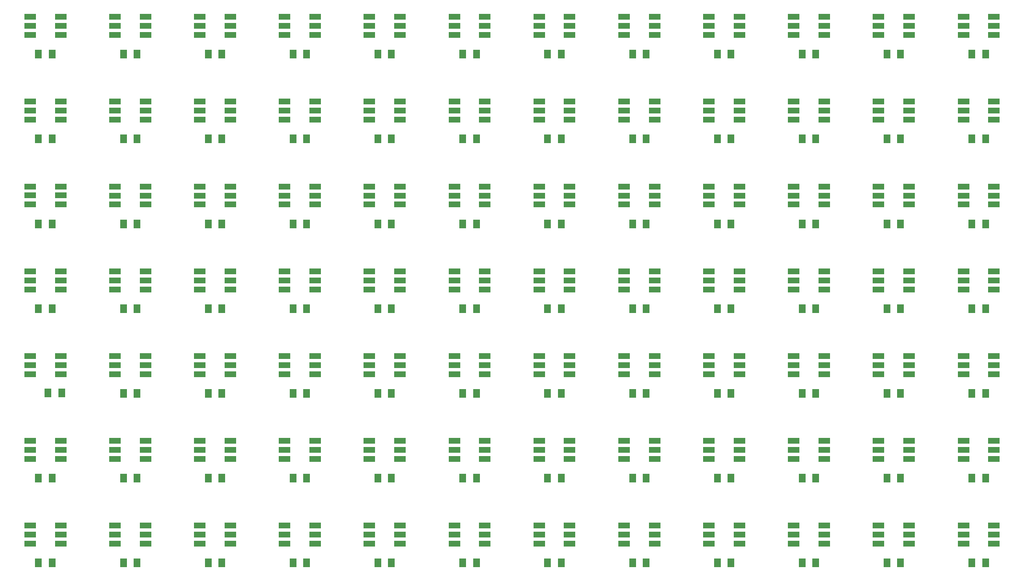
<source format=gtp>
G04 Layer: TopPasteMaskLayer*
G04 EasyEDA v6.5.47, 2024-11-13 01:40:09*
G04 1c21e17b061f4530800f8f8e294a802d,69e988d02e8547bda770e33b2b7d29c3,10*
G04 Gerber Generator version 0.2*
G04 Scale: 100 percent, Rotated: No, Reflected: No *
G04 Dimensions in millimeters *
G04 leading zeros omitted , absolute positions ,4 integer and 5 decimal *
%FSLAX45Y45*%
%MOMM*%

%ADD10R,1.2000X1.5000*%
%ADD11R,2.0000X1.1000*%

%LPD*%
D10*
G01*
X6879996Y-1499996D03*
G01*
X7119975Y-1499996D03*
G01*
X6879996Y-2999994D03*
G01*
X7119975Y-2999994D03*
G01*
X6879996Y-4499990D03*
G01*
X7119975Y-4499990D03*
G01*
X6879996Y-5999987D03*
G01*
X7119975Y-5999987D03*
G01*
X6879996Y-7499985D03*
G01*
X7119975Y-7499985D03*
G01*
X6879996Y-8999981D03*
G01*
X7119975Y-8999981D03*
G01*
X6879996Y-10499979D03*
G01*
X7119975Y-10499979D03*
G01*
X8379993Y-1499996D03*
G01*
X8619972Y-1499996D03*
G01*
X8379993Y-2999994D03*
G01*
X8619972Y-2999994D03*
G01*
X8379993Y-4499990D03*
G01*
X8619972Y-4499990D03*
G01*
X8379993Y-5999987D03*
G01*
X8619972Y-5999987D03*
G01*
X8379993Y-7499985D03*
G01*
X8619972Y-7499985D03*
G01*
X8379993Y-8999981D03*
G01*
X8619972Y-8999981D03*
G01*
X8379993Y-10499979D03*
G01*
X8619972Y-10499979D03*
G01*
X9879990Y-1499996D03*
G01*
X10119969Y-1499996D03*
G01*
X9879990Y-2999994D03*
G01*
X10119969Y-2999994D03*
G01*
X9879990Y-4499990D03*
G01*
X10119969Y-4499990D03*
G01*
X9879990Y-5999987D03*
G01*
X10119969Y-5999987D03*
G01*
X9879990Y-7499985D03*
G01*
X10119969Y-7499985D03*
G01*
X9879990Y-8999981D03*
G01*
X10119969Y-8999981D03*
G01*
X9879990Y-10499979D03*
G01*
X10119969Y-10499979D03*
G01*
X11379987Y-1499996D03*
G01*
X11619966Y-1499996D03*
G01*
X11379987Y-2999994D03*
G01*
X11619966Y-2999994D03*
G01*
X11379987Y-4499990D03*
G01*
X11619966Y-4499990D03*
G01*
X11379987Y-5999987D03*
G01*
X11619966Y-5999987D03*
G01*
X11379987Y-7499985D03*
G01*
X11619966Y-7499985D03*
G01*
X11379987Y-8999981D03*
G01*
X11619966Y-8999981D03*
G01*
X11379987Y-10499979D03*
G01*
X11619966Y-10499979D03*
G01*
X12879984Y-1499996D03*
G01*
X13119963Y-1499996D03*
G01*
X12879984Y-2999994D03*
G01*
X13119963Y-2999994D03*
G01*
X12879984Y-4499990D03*
G01*
X13119963Y-4499990D03*
G01*
X12879984Y-5999987D03*
G01*
X13119963Y-5999987D03*
G01*
X12879984Y-7499985D03*
G01*
X13119963Y-7499985D03*
G01*
X12879984Y-8999981D03*
G01*
X13119963Y-8999981D03*
G01*
X12879984Y-10499979D03*
G01*
X13119963Y-10499979D03*
G01*
X14379981Y-1499996D03*
G01*
X14619960Y-1499996D03*
G01*
X14379981Y-2999994D03*
G01*
X14619960Y-2999994D03*
G01*
X14379981Y-4499990D03*
G01*
X14619960Y-4499990D03*
G01*
X14379981Y-5999987D03*
G01*
X14619960Y-5999987D03*
G01*
X14379981Y-7499985D03*
G01*
X14619960Y-7499985D03*
G01*
X14379981Y-8999981D03*
G01*
X14619960Y-8999981D03*
G01*
X14379981Y-10499979D03*
G01*
X14619960Y-10499979D03*
G01*
X15879978Y-1499996D03*
G01*
X16119957Y-1499996D03*
G01*
X15879978Y-2999994D03*
G01*
X16119957Y-2999994D03*
G01*
X15879978Y-4499990D03*
G01*
X16119957Y-4499990D03*
G01*
X15879978Y-5999987D03*
G01*
X16119957Y-5999987D03*
G01*
X15879978Y-7499985D03*
G01*
X16119957Y-7499985D03*
G01*
X15879978Y-8999981D03*
G01*
X16119957Y-8999981D03*
G01*
X15879978Y-10499979D03*
G01*
X16119957Y-10499979D03*
G01*
X17379975Y-1499996D03*
G01*
X17619954Y-1499996D03*
G01*
X17379975Y-2999994D03*
G01*
X17619954Y-2999994D03*
G01*
X17379975Y-4499990D03*
G01*
X17619954Y-4499990D03*
G01*
X17379975Y-5999987D03*
G01*
X17619954Y-5999987D03*
G01*
X17379975Y-7499985D03*
G01*
X17619954Y-7499985D03*
G01*
X17379975Y-8999981D03*
G01*
X17619954Y-8999981D03*
G01*
X17379975Y-10499979D03*
G01*
X17619954Y-10499979D03*
D11*
G01*
X6729984Y-840003D03*
G01*
X6729984Y-999997D03*
G01*
X6729984Y-1160018D03*
G01*
X7269988Y-1160018D03*
G01*
X7269988Y-999997D03*
G01*
X7269988Y-840003D03*
G01*
X6729984Y-2340000D03*
G01*
X6729984Y-2499995D03*
G01*
X6729984Y-2660014D03*
G01*
X7269988Y-2660014D03*
G01*
X7269988Y-2499995D03*
G01*
X7269988Y-2340000D03*
G01*
X6729984Y-3839997D03*
G01*
X6729984Y-3999992D03*
G01*
X6729984Y-4160012D03*
G01*
X7269988Y-4160012D03*
G01*
X7269988Y-3999992D03*
G01*
X7269988Y-3839997D03*
G01*
X6729984Y-5339994D03*
G01*
X6729984Y-5499988D03*
G01*
X6729984Y-5660009D03*
G01*
X7269988Y-5660009D03*
G01*
X7269988Y-5499988D03*
G01*
X7269988Y-5339994D03*
G01*
X6729984Y-6839991D03*
G01*
X6729984Y-6999986D03*
G01*
X6729984Y-7160005D03*
G01*
X7269988Y-7160005D03*
G01*
X7269988Y-6999986D03*
G01*
X7269988Y-6839991D03*
G01*
X6729984Y-8339988D03*
G01*
X6729984Y-8499983D03*
G01*
X6729984Y-8660003D03*
G01*
X7269988Y-8660003D03*
G01*
X7269988Y-8499983D03*
G01*
X7269988Y-8339988D03*
G01*
X6729984Y-9839985D03*
G01*
X6729984Y-9999979D03*
G01*
X6729984Y-10160000D03*
G01*
X7269988Y-10160000D03*
G01*
X7269988Y-9999979D03*
G01*
X7269988Y-9839985D03*
G01*
X8229981Y-840003D03*
G01*
X8229981Y-999997D03*
G01*
X8229981Y-1160018D03*
G01*
X8769984Y-1160018D03*
G01*
X8769984Y-999997D03*
G01*
X8769984Y-840003D03*
G01*
X8229981Y-2340000D03*
G01*
X8229981Y-2499995D03*
G01*
X8229981Y-2660014D03*
G01*
X8769984Y-2660014D03*
G01*
X8769984Y-2499995D03*
G01*
X8769984Y-2340000D03*
G01*
X8229981Y-3839997D03*
G01*
X8229981Y-3999992D03*
G01*
X8229981Y-4160012D03*
G01*
X8769984Y-4160012D03*
G01*
X8769984Y-3999992D03*
G01*
X8769984Y-3839997D03*
G01*
X8229981Y-5339994D03*
G01*
X8229981Y-5499988D03*
G01*
X8229981Y-5660009D03*
G01*
X8769984Y-5660009D03*
G01*
X8769984Y-5499988D03*
G01*
X8769984Y-5339994D03*
G01*
X8229981Y-6839991D03*
G01*
X8229981Y-6999986D03*
G01*
X8229981Y-7160005D03*
G01*
X8769984Y-7160005D03*
G01*
X8769984Y-6999986D03*
G01*
X8769984Y-6839991D03*
G01*
X8229981Y-8339988D03*
G01*
X8229981Y-8499983D03*
G01*
X8229981Y-8660003D03*
G01*
X8769984Y-8660003D03*
G01*
X8769984Y-8499983D03*
G01*
X8769984Y-8339988D03*
G01*
X8229981Y-9839985D03*
G01*
X8229981Y-9999979D03*
G01*
X8229981Y-10160000D03*
G01*
X8769984Y-10160000D03*
G01*
X8769984Y-9999979D03*
G01*
X8769984Y-9839985D03*
G01*
X9729977Y-840003D03*
G01*
X9729977Y-999997D03*
G01*
X9729977Y-1160018D03*
G01*
X10269981Y-1160018D03*
G01*
X10269981Y-999997D03*
G01*
X10269981Y-840003D03*
G01*
X9729977Y-2340000D03*
G01*
X9729977Y-2499995D03*
G01*
X9729977Y-2660014D03*
G01*
X10269981Y-2660014D03*
G01*
X10269981Y-2499995D03*
G01*
X10269981Y-2340000D03*
G01*
X9729977Y-3839997D03*
G01*
X9729977Y-3999992D03*
G01*
X9729977Y-4160012D03*
G01*
X10269981Y-4160012D03*
G01*
X10269981Y-3999992D03*
G01*
X10269981Y-3839997D03*
G01*
X9729977Y-5339994D03*
G01*
X9729977Y-5499988D03*
G01*
X9729977Y-5660009D03*
G01*
X10269981Y-5660009D03*
G01*
X10269981Y-5499988D03*
G01*
X10269981Y-5339994D03*
G01*
X9729977Y-6839991D03*
G01*
X9729977Y-6999986D03*
G01*
X9729977Y-7160005D03*
G01*
X10269981Y-7160005D03*
G01*
X10269981Y-6999986D03*
G01*
X10269981Y-6839991D03*
G01*
X9729977Y-8339988D03*
G01*
X9729977Y-8499983D03*
G01*
X9729977Y-8660003D03*
G01*
X10269981Y-8660003D03*
G01*
X10269981Y-8499983D03*
G01*
X10269981Y-8339988D03*
G01*
X9729977Y-9839985D03*
G01*
X9729977Y-9999979D03*
G01*
X9729977Y-10160000D03*
G01*
X10269981Y-10160000D03*
G01*
X10269981Y-9999979D03*
G01*
X10269981Y-9839985D03*
G01*
X11229975Y-840003D03*
G01*
X11229975Y-999997D03*
G01*
X11229975Y-1160018D03*
G01*
X11769979Y-1160018D03*
G01*
X11769979Y-999997D03*
G01*
X11769979Y-840003D03*
G01*
X11229975Y-2340000D03*
G01*
X11229975Y-2499995D03*
G01*
X11229975Y-2660014D03*
G01*
X11769979Y-2660014D03*
G01*
X11769979Y-2499995D03*
G01*
X11769979Y-2340000D03*
G01*
X11229975Y-3839997D03*
G01*
X11229975Y-3999992D03*
G01*
X11229975Y-4160012D03*
G01*
X11769979Y-4160012D03*
G01*
X11769979Y-3999992D03*
G01*
X11769979Y-3839997D03*
G01*
X11229975Y-5339994D03*
G01*
X11229975Y-5499988D03*
G01*
X11229975Y-5660009D03*
G01*
X11769979Y-5660009D03*
G01*
X11769979Y-5499988D03*
G01*
X11769979Y-5339994D03*
G01*
X11229975Y-6839991D03*
G01*
X11229975Y-6999986D03*
G01*
X11229975Y-7160005D03*
G01*
X11769979Y-7160005D03*
G01*
X11769979Y-6999986D03*
G01*
X11769979Y-6839991D03*
G01*
X11229975Y-8339988D03*
G01*
X11229975Y-8499983D03*
G01*
X11229975Y-8660003D03*
G01*
X11769979Y-8660003D03*
G01*
X11769979Y-8499983D03*
G01*
X11769979Y-8339988D03*
G01*
X11229975Y-9839985D03*
G01*
X11229975Y-9999979D03*
G01*
X11229975Y-10160000D03*
G01*
X11769979Y-10160000D03*
G01*
X11769979Y-9999979D03*
G01*
X11769979Y-9839985D03*
G01*
X12729972Y-840003D03*
G01*
X12729972Y-999997D03*
G01*
X12729972Y-1160018D03*
G01*
X13269975Y-1160018D03*
G01*
X13269975Y-999997D03*
G01*
X13269975Y-840003D03*
G01*
X12729972Y-2340000D03*
G01*
X12729972Y-2499995D03*
G01*
X12729972Y-2660014D03*
G01*
X13269975Y-2660014D03*
G01*
X13269975Y-2499995D03*
G01*
X13269975Y-2340000D03*
G01*
X12729972Y-3839997D03*
G01*
X12729972Y-3999992D03*
G01*
X12729972Y-4160012D03*
G01*
X13269975Y-4160012D03*
G01*
X13269975Y-3999992D03*
G01*
X13269975Y-3839997D03*
G01*
X12729972Y-5339994D03*
G01*
X12729972Y-5499988D03*
G01*
X12729972Y-5660009D03*
G01*
X13269975Y-5660009D03*
G01*
X13269975Y-5499988D03*
G01*
X13269975Y-5339994D03*
G01*
X12729972Y-6839991D03*
G01*
X12729972Y-6999986D03*
G01*
X12729972Y-7160005D03*
G01*
X13269975Y-7160005D03*
G01*
X13269975Y-6999986D03*
G01*
X13269975Y-6839991D03*
G01*
X12729972Y-8339988D03*
G01*
X12729972Y-8499983D03*
G01*
X12729972Y-8660003D03*
G01*
X13269975Y-8660003D03*
G01*
X13269975Y-8499983D03*
G01*
X13269975Y-8339988D03*
G01*
X12729972Y-9839985D03*
G01*
X12729972Y-9999979D03*
G01*
X12729972Y-10160000D03*
G01*
X13269975Y-10160000D03*
G01*
X13269975Y-9999979D03*
G01*
X13269975Y-9839985D03*
G01*
X14229968Y-840003D03*
G01*
X14229968Y-999997D03*
G01*
X14229968Y-1160018D03*
G01*
X14769972Y-1160018D03*
G01*
X14769972Y-999997D03*
G01*
X14769972Y-840003D03*
G01*
X14229968Y-2340000D03*
G01*
X14229968Y-2499995D03*
G01*
X14229968Y-2660014D03*
G01*
X14769972Y-2660014D03*
G01*
X14769972Y-2499995D03*
G01*
X14769972Y-2340000D03*
G01*
X14229968Y-3839997D03*
G01*
X14229968Y-3999992D03*
G01*
X14229968Y-4160012D03*
G01*
X14769972Y-4160012D03*
G01*
X14769972Y-3999992D03*
G01*
X14769972Y-3839997D03*
G01*
X14229968Y-5339994D03*
G01*
X14229968Y-5499988D03*
G01*
X14229968Y-5660009D03*
G01*
X14769972Y-5660009D03*
G01*
X14769972Y-5499988D03*
G01*
X14769972Y-5339994D03*
G01*
X14229968Y-6839991D03*
G01*
X14229968Y-6999986D03*
G01*
X14229968Y-7160005D03*
G01*
X14769972Y-7160005D03*
G01*
X14769972Y-6999986D03*
G01*
X14769972Y-6839991D03*
G01*
X14229968Y-8339988D03*
G01*
X14229968Y-8499983D03*
G01*
X14229968Y-8660003D03*
G01*
X14769972Y-8660003D03*
G01*
X14769972Y-8499983D03*
G01*
X14769972Y-8339988D03*
G01*
X14229968Y-9839985D03*
G01*
X14229968Y-9999979D03*
G01*
X14229968Y-10160000D03*
G01*
X14769972Y-10160000D03*
G01*
X14769972Y-9999979D03*
G01*
X14769972Y-9839985D03*
G01*
X15729966Y-840003D03*
G01*
X15729966Y-999997D03*
G01*
X15729966Y-1160018D03*
G01*
X16269970Y-1160018D03*
G01*
X16269970Y-999997D03*
G01*
X16269970Y-840003D03*
G01*
X15729966Y-2340000D03*
G01*
X15729966Y-2499995D03*
G01*
X15729966Y-2660014D03*
G01*
X16269970Y-2660014D03*
G01*
X16269970Y-2499995D03*
G01*
X16269970Y-2340000D03*
G01*
X15729966Y-3839997D03*
G01*
X15729966Y-3999992D03*
G01*
X15729966Y-4160012D03*
G01*
X16269970Y-4160012D03*
G01*
X16269970Y-3999992D03*
G01*
X16269970Y-3839997D03*
G01*
X15729966Y-5339994D03*
G01*
X15729966Y-5499988D03*
G01*
X15729966Y-5660009D03*
G01*
X16269970Y-5660009D03*
G01*
X16269970Y-5499988D03*
G01*
X16269970Y-5339994D03*
G01*
X15729966Y-6839991D03*
G01*
X15729966Y-6999986D03*
G01*
X15729966Y-7160005D03*
G01*
X16269970Y-7160005D03*
G01*
X16269970Y-6999986D03*
G01*
X16269970Y-6839991D03*
G01*
X15729966Y-8339988D03*
G01*
X15729966Y-8499983D03*
G01*
X15729966Y-8660003D03*
G01*
X16269970Y-8660003D03*
G01*
X16269970Y-8499983D03*
G01*
X16269970Y-8339988D03*
G01*
X15729966Y-9839985D03*
G01*
X15729966Y-9999979D03*
G01*
X15729966Y-10160000D03*
G01*
X16269970Y-10160000D03*
G01*
X16269970Y-9999979D03*
G01*
X16269970Y-9839985D03*
G01*
X17229963Y-840003D03*
G01*
X17229963Y-999997D03*
G01*
X17229963Y-1160018D03*
G01*
X17769966Y-1160018D03*
G01*
X17769966Y-999997D03*
G01*
X17769966Y-840003D03*
G01*
X17229963Y-2340000D03*
G01*
X17229963Y-2499995D03*
G01*
X17229963Y-2660014D03*
G01*
X17769966Y-2660014D03*
G01*
X17769966Y-2499995D03*
G01*
X17769966Y-2340000D03*
G01*
X17229963Y-3839997D03*
G01*
X17229963Y-3999992D03*
G01*
X17229963Y-4160012D03*
G01*
X17769966Y-4160012D03*
G01*
X17769966Y-3999992D03*
G01*
X17769966Y-3839997D03*
G01*
X17229963Y-5339994D03*
G01*
X17229963Y-5499988D03*
G01*
X17229963Y-5660009D03*
G01*
X17769966Y-5660009D03*
G01*
X17769966Y-5499988D03*
G01*
X17769966Y-5339994D03*
G01*
X17229963Y-6839991D03*
G01*
X17229963Y-6999986D03*
G01*
X17229963Y-7160005D03*
G01*
X17769966Y-7160005D03*
G01*
X17769966Y-6999986D03*
G01*
X17769966Y-6839991D03*
G01*
X17229963Y-8339988D03*
G01*
X17229963Y-8499983D03*
G01*
X17229963Y-8660003D03*
G01*
X17769966Y-8660003D03*
G01*
X17769966Y-8499983D03*
G01*
X17769966Y-8339988D03*
G01*
X17229963Y-9839985D03*
G01*
X17229963Y-9999979D03*
G01*
X17229963Y-10160000D03*
G01*
X17769966Y-10160000D03*
G01*
X17769966Y-9999979D03*
G01*
X17769966Y-9839985D03*
D10*
G01*
X880008Y-1499996D03*
G01*
X1119987Y-1499996D03*
G01*
X880008Y-2999994D03*
G01*
X1119987Y-2999994D03*
G01*
X880008Y-4499990D03*
G01*
X1119987Y-4499990D03*
G01*
X880008Y-5999987D03*
G01*
X1119987Y-5999987D03*
G01*
X1048410Y-7493000D03*
G01*
X1288389Y-7493000D03*
G01*
X880008Y-8999981D03*
G01*
X1119987Y-8999981D03*
G01*
X880008Y-10499979D03*
G01*
X1119987Y-10499979D03*
G01*
X2380005Y-1499996D03*
G01*
X2619984Y-1499996D03*
G01*
X2380005Y-2999994D03*
G01*
X2619984Y-2999994D03*
G01*
X2380005Y-4499990D03*
G01*
X2619984Y-4499990D03*
G01*
X2380005Y-5999987D03*
G01*
X2619984Y-5999987D03*
G01*
X2380005Y-7499985D03*
G01*
X2619984Y-7499985D03*
G01*
X2380005Y-8999981D03*
G01*
X2619984Y-8999981D03*
G01*
X2380005Y-10499979D03*
G01*
X2619984Y-10499979D03*
G01*
X3880002Y-1499996D03*
G01*
X4119981Y-1499996D03*
G01*
X3880002Y-2999994D03*
G01*
X4119981Y-2999994D03*
G01*
X3880002Y-4499990D03*
G01*
X4119981Y-4499990D03*
G01*
X3880002Y-5999987D03*
G01*
X4119981Y-5999987D03*
G01*
X3880002Y-7499985D03*
G01*
X4119981Y-7499985D03*
G01*
X3880002Y-8999981D03*
G01*
X4119981Y-8999981D03*
G01*
X3880002Y-10499979D03*
G01*
X4119981Y-10499979D03*
G01*
X5379999Y-1499996D03*
G01*
X5619978Y-1499996D03*
G01*
X5379999Y-2999994D03*
G01*
X5619978Y-2999994D03*
G01*
X5379999Y-4499990D03*
G01*
X5619978Y-4499990D03*
G01*
X5379999Y-5999987D03*
G01*
X5619978Y-5999987D03*
G01*
X5379999Y-7499985D03*
G01*
X5619978Y-7499985D03*
G01*
X5379999Y-8999981D03*
G01*
X5619978Y-8999981D03*
G01*
X5379999Y-10499979D03*
G01*
X5619978Y-10499979D03*
D11*
G01*
X730122Y-839876D03*
G01*
X730122Y-999896D03*
G01*
X730122Y-1159890D03*
G01*
X1270101Y-1159890D03*
G01*
X1270101Y-999896D03*
G01*
X1270101Y-839876D03*
G01*
X730122Y-2340000D03*
G01*
X730122Y-2500020D03*
G01*
X730122Y-2660014D03*
G01*
X1270101Y-2660014D03*
G01*
X1270101Y-2500020D03*
G01*
X1270101Y-2340000D03*
G01*
X730122Y-3839870D03*
G01*
X730122Y-3999890D03*
G01*
X730122Y-4159885D03*
G01*
X1270101Y-4159885D03*
G01*
X1270101Y-3999890D03*
G01*
X1270101Y-3839870D03*
G01*
X730122Y-5339994D03*
G01*
X730122Y-5500014D03*
G01*
X730122Y-5660009D03*
G01*
X1270101Y-5660009D03*
G01*
X1270101Y-5500014D03*
G01*
X1270101Y-5339994D03*
G01*
X730122Y-6839864D03*
G01*
X730122Y-6999884D03*
G01*
X730122Y-7159879D03*
G01*
X1270101Y-7159879D03*
G01*
X1270101Y-6999884D03*
G01*
X1270101Y-6839864D03*
G01*
X730122Y-8339988D03*
G01*
X730122Y-8500008D03*
G01*
X730122Y-8660003D03*
G01*
X1270101Y-8660003D03*
G01*
X1270101Y-8500008D03*
G01*
X1270101Y-8339988D03*
G01*
X730122Y-9839858D03*
G01*
X730122Y-9999878D03*
G01*
X730122Y-10159872D03*
G01*
X1270101Y-10159872D03*
G01*
X1270101Y-9999878D03*
G01*
X1270101Y-9839858D03*
G01*
X2229993Y-839876D03*
G01*
X2229993Y-999896D03*
G01*
X2229993Y-1159890D03*
G01*
X2769971Y-1159890D03*
G01*
X2769971Y-999896D03*
G01*
X2769971Y-839876D03*
G01*
X2229993Y-2340000D03*
G01*
X2229993Y-2500020D03*
G01*
X2229993Y-2660014D03*
G01*
X2769971Y-2660014D03*
G01*
X2769971Y-2500020D03*
G01*
X2769971Y-2340000D03*
G01*
X2230000Y-3839982D03*
G01*
X2230000Y-4000002D03*
G01*
X2230000Y-4159996D03*
G01*
X2769979Y-4159996D03*
G01*
X2769979Y-4000002D03*
G01*
X2769979Y-3839982D03*
G01*
X2229993Y-5339994D03*
G01*
X2229993Y-5499988D03*
G01*
X2229993Y-5660009D03*
G01*
X2769997Y-5660009D03*
G01*
X2769997Y-5499988D03*
G01*
X2769997Y-5339994D03*
G01*
X2229993Y-6839991D03*
G01*
X2229993Y-6999986D03*
G01*
X2229993Y-7160005D03*
G01*
X2769997Y-7160005D03*
G01*
X2769997Y-6999986D03*
G01*
X2769997Y-6839991D03*
G01*
X2229993Y-8339988D03*
G01*
X2229993Y-8499983D03*
G01*
X2229993Y-8660003D03*
G01*
X2769997Y-8660003D03*
G01*
X2769997Y-8499983D03*
G01*
X2769997Y-8339988D03*
G01*
X2229993Y-9839985D03*
G01*
X2229993Y-9999979D03*
G01*
X2229993Y-10160000D03*
G01*
X2769997Y-10160000D03*
G01*
X2769997Y-9999979D03*
G01*
X2769997Y-9839985D03*
G01*
X3729990Y-840003D03*
G01*
X3729990Y-999997D03*
G01*
X3729990Y-1160018D03*
G01*
X4269993Y-1160018D03*
G01*
X4269993Y-999997D03*
G01*
X4269993Y-840003D03*
G01*
X3729990Y-2340000D03*
G01*
X3729990Y-2499995D03*
G01*
X3729990Y-2660014D03*
G01*
X4269993Y-2660014D03*
G01*
X4269993Y-2499995D03*
G01*
X4269993Y-2340000D03*
G01*
X3729990Y-3839997D03*
G01*
X3729990Y-3999992D03*
G01*
X3729990Y-4160012D03*
G01*
X4269993Y-4160012D03*
G01*
X4269993Y-3999992D03*
G01*
X4269993Y-3839997D03*
G01*
X3729990Y-5339994D03*
G01*
X3729990Y-5499988D03*
G01*
X3729990Y-5660009D03*
G01*
X4269993Y-5660009D03*
G01*
X4269993Y-5499988D03*
G01*
X4269993Y-5339994D03*
G01*
X3729990Y-6839991D03*
G01*
X3729990Y-6999986D03*
G01*
X3729990Y-7160005D03*
G01*
X4269993Y-7160005D03*
G01*
X4269993Y-6999986D03*
G01*
X4269993Y-6839991D03*
G01*
X3729990Y-8339988D03*
G01*
X3729990Y-8499983D03*
G01*
X3729990Y-8660003D03*
G01*
X4269993Y-8660003D03*
G01*
X4269993Y-8499983D03*
G01*
X4269993Y-8339988D03*
G01*
X3729990Y-9839985D03*
G01*
X3729990Y-9999979D03*
G01*
X3729990Y-10160000D03*
G01*
X4269993Y-10160000D03*
G01*
X4269993Y-9999979D03*
G01*
X4269993Y-9839985D03*
G01*
X5229986Y-840003D03*
G01*
X5229986Y-999997D03*
G01*
X5229986Y-1160018D03*
G01*
X5769990Y-1160018D03*
G01*
X5769990Y-999997D03*
G01*
X5769990Y-840003D03*
G01*
X5229986Y-2340000D03*
G01*
X5229986Y-2499995D03*
G01*
X5229986Y-2660014D03*
G01*
X5769990Y-2660014D03*
G01*
X5769990Y-2499995D03*
G01*
X5769990Y-2340000D03*
G01*
X5229986Y-3839997D03*
G01*
X5229986Y-3999992D03*
G01*
X5229986Y-4160012D03*
G01*
X5769990Y-4160012D03*
G01*
X5769990Y-3999992D03*
G01*
X5769990Y-3839997D03*
G01*
X5229986Y-5339994D03*
G01*
X5229986Y-5499988D03*
G01*
X5229986Y-5660009D03*
G01*
X5769990Y-5660009D03*
G01*
X5769990Y-5499988D03*
G01*
X5769990Y-5339994D03*
G01*
X5229986Y-6839991D03*
G01*
X5229986Y-6999986D03*
G01*
X5229986Y-7160005D03*
G01*
X5769990Y-7160005D03*
G01*
X5769990Y-6999986D03*
G01*
X5769990Y-6839991D03*
G01*
X5229986Y-8339988D03*
G01*
X5229986Y-8499983D03*
G01*
X5229986Y-8660003D03*
G01*
X5769990Y-8660003D03*
G01*
X5769990Y-8499983D03*
G01*
X5769990Y-8339988D03*
G01*
X5229986Y-9839985D03*
G01*
X5229986Y-9999979D03*
G01*
X5229986Y-10160000D03*
G01*
X5769990Y-10160000D03*
G01*
X5769990Y-9999979D03*
G01*
X5769990Y-9839985D03*
M02*

</source>
